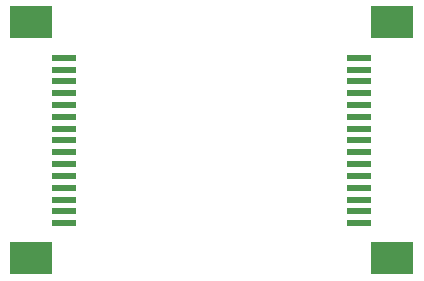
<source format=gtp>
G04 #@! TF.GenerationSoftware,KiCad,Pcbnew,(5.1.10)-1*
G04 #@! TF.CreationDate,2022-01-06T14:13:47-06:00*
G04 #@! TF.ProjectId,MIPI_SPY,4d495049-5f53-4505-992e-6b696361645f,rev?*
G04 #@! TF.SameCoordinates,Original*
G04 #@! TF.FileFunction,Paste,Top*
G04 #@! TF.FilePolarity,Positive*
%FSLAX46Y46*%
G04 Gerber Fmt 4.6, Leading zero omitted, Abs format (unit mm)*
G04 Created by KiCad (PCBNEW (5.1.10)-1) date 2022-01-06 14:13:47*
%MOMM*%
%LPD*%
G01*
G04 APERTURE LIST*
%ADD10R,3.600000X2.680000*%
%ADD11R,2.000000X0.610000*%
G04 APERTURE END LIST*
D10*
X58690000Y-59035001D03*
X58690000Y-39055001D03*
D11*
X61490000Y-56045001D03*
X61490000Y-55045001D03*
X61490000Y-54045001D03*
X61490000Y-53045001D03*
X61490000Y-52045001D03*
X61490000Y-51045001D03*
X61490000Y-50045001D03*
X61490000Y-49045001D03*
X61490000Y-48045001D03*
X61490000Y-47045001D03*
X61490000Y-46045001D03*
X61490000Y-45045001D03*
X61490000Y-44045001D03*
X61490000Y-43045001D03*
X61490000Y-42045001D03*
X86465000Y-56045001D03*
X86465000Y-55045001D03*
X86465000Y-54045001D03*
X86465000Y-53045001D03*
X86465000Y-52045001D03*
X86465000Y-51045001D03*
X86465000Y-50045001D03*
X86465000Y-49045001D03*
X86465000Y-48045001D03*
X86465000Y-47045001D03*
X86465000Y-46045001D03*
X86465000Y-45045001D03*
X86465000Y-44045001D03*
X86465000Y-43045001D03*
X86465000Y-42045001D03*
D10*
X89265000Y-59035001D03*
X89265000Y-39055001D03*
M02*

</source>
